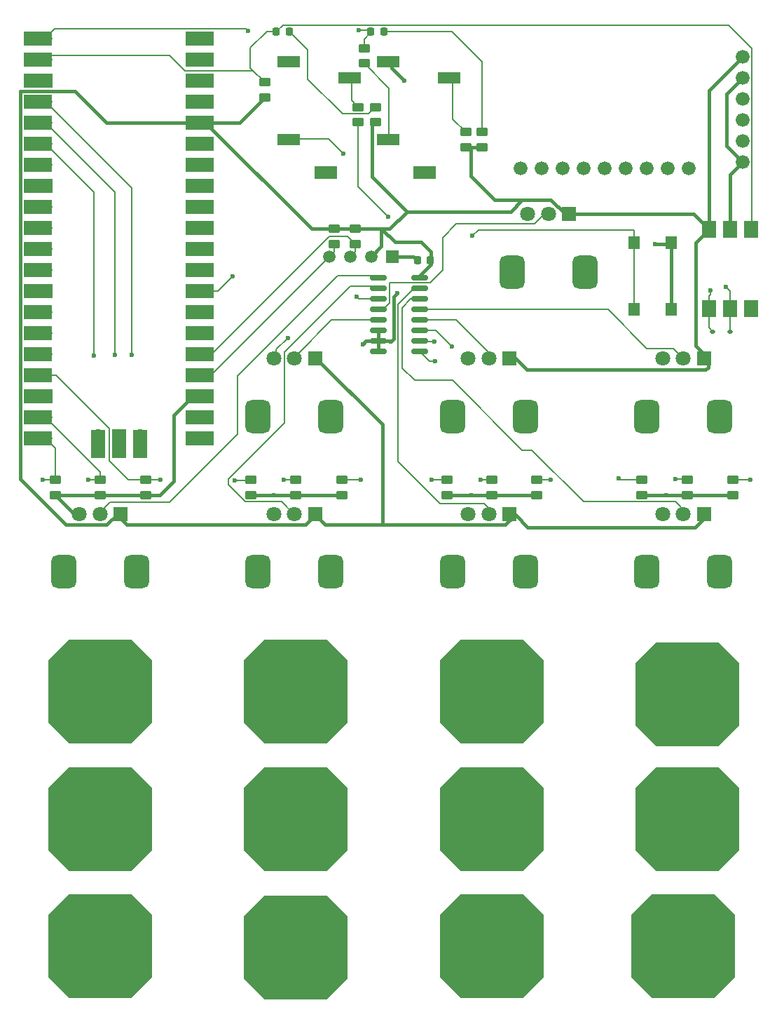
<source format=gtl>
%TF.GenerationSoftware,KiCad,Pcbnew,8.0.4*%
%TF.CreationDate,2024-08-26T20:05:07-05:00*%
%TF.ProjectId,controller,636f6e74-726f-46c6-9c65-722e6b696361,2*%
%TF.SameCoordinates,Original*%
%TF.FileFunction,Copper,L1,Top*%
%TF.FilePolarity,Positive*%
%FSLAX46Y46*%
G04 Gerber Fmt 4.6, Leading zero omitted, Abs format (unit mm)*
G04 Created by KiCad (PCBNEW 8.0.4) date 2024-08-26 20:05:07*
%MOMM*%
%LPD*%
G01*
G04 APERTURE LIST*
G04 Aperture macros list*
%AMRoundRect*
0 Rectangle with rounded corners*
0 $1 Rounding radius*
0 $2 $3 $4 $5 $6 $7 $8 $9 X,Y pos of 4 corners*
0 Add a 4 corners polygon primitive as box body*
4,1,4,$2,$3,$4,$5,$6,$7,$8,$9,$2,$3,0*
0 Add four circle primitives for the rounded corners*
1,1,$1+$1,$2,$3*
1,1,$1+$1,$4,$5*
1,1,$1+$1,$6,$7*
1,1,$1+$1,$8,$9*
0 Add four rect primitives between the rounded corners*
20,1,$1+$1,$2,$3,$4,$5,0*
20,1,$1+$1,$4,$5,$6,$7,0*
20,1,$1+$1,$6,$7,$8,$9,0*
20,1,$1+$1,$8,$9,$2,$3,0*%
%AMOutline5P*
0 Free polygon, 5 corners , with rotation*
0 The origin of the aperture is its center*
0 number of corners: always 5*
0 $1 to $10 corner X, Y*
0 $11 Rotation angle, in degrees counterclockwise*
0 create outline with 5 corners*
4,1,5,$1,$2,$3,$4,$5,$6,$7,$8,$9,$10,$1,$2,$11*%
%AMOutline6P*
0 Free polygon, 6 corners , with rotation*
0 The origin of the aperture is its center*
0 number of corners: always 6*
0 $1 to $12 corner X, Y*
0 $13 Rotation angle, in degrees counterclockwise*
0 create outline with 6 corners*
4,1,6,$1,$2,$3,$4,$5,$6,$7,$8,$9,$10,$11,$12,$1,$2,$13*%
%AMOutline7P*
0 Free polygon, 7 corners , with rotation*
0 The origin of the aperture is its center*
0 number of corners: always 7*
0 $1 to $14 corner X, Y*
0 $15 Rotation angle, in degrees counterclockwise*
0 create outline with 7 corners*
4,1,7,$1,$2,$3,$4,$5,$6,$7,$8,$9,$10,$11,$12,$13,$14,$1,$2,$15*%
%AMOutline8P*
0 Free polygon, 8 corners , with rotation*
0 The origin of the aperture is its center*
0 number of corners: always 8*
0 $1 to $16 corner X, Y*
0 $17 Rotation angle, in degrees counterclockwise*
0 create outline with 8 corners*
4,1,8,$1,$2,$3,$4,$5,$6,$7,$8,$9,$10,$11,$12,$13,$14,$15,$16,$1,$2,$17*%
G04 Aperture macros list end*
%TA.AperFunction,SMDPad,CuDef*%
%ADD10RoundRect,0.250000X-0.450000X0.262500X-0.450000X-0.262500X0.450000X-0.262500X0.450000X0.262500X0*%
%TD*%
%TA.AperFunction,SMDPad,CuDef*%
%ADD11Outline8P,-6.250000X3.750000X-3.750000X6.250000X3.750000X6.250000X6.250000X3.750000X6.250000X-3.750000X3.750000X-6.250000X-3.750000X-6.250000X-6.250000X-3.750000X0.000000*%
%TD*%
%TA.AperFunction,SMDPad,CuDef*%
%ADD12RoundRect,0.250000X0.450000X-0.262500X0.450000X0.262500X-0.450000X0.262500X-0.450000X-0.262500X0*%
%TD*%
%TA.AperFunction,SMDPad,CuDef*%
%ADD13RoundRect,0.218750X-0.218750X-0.256250X0.218750X-0.256250X0.218750X0.256250X-0.218750X0.256250X0*%
%TD*%
%TA.AperFunction,SMDPad,CuDef*%
%ADD14R,2.800000X1.400000*%
%TD*%
%TA.AperFunction,SMDPad,CuDef*%
%ADD15R,2.800000X1.600000*%
%TD*%
%TA.AperFunction,SMDPad,CuDef*%
%ADD16R,1.400000X1.600000*%
%TD*%
%TA.AperFunction,ComponentPad*%
%ADD17C,1.676400*%
%TD*%
%TA.AperFunction,SMDPad,CuDef*%
%ADD18R,1.780000X2.000000*%
%TD*%
%TA.AperFunction,ComponentPad*%
%ADD19R,1.800000X1.800000*%
%TD*%
%TA.AperFunction,ComponentPad*%
%ADD20C,1.800000*%
%TD*%
%TA.AperFunction,ComponentPad*%
%ADD21RoundRect,0.750000X-0.750000X1.250000X-0.750000X-1.250000X0.750000X-1.250000X0.750000X1.250000X0*%
%TD*%
%TA.AperFunction,ComponentPad*%
%ADD22O,1.700000X1.700000*%
%TD*%
%TA.AperFunction,SMDPad,CuDef*%
%ADD23R,3.500000X1.700000*%
%TD*%
%TA.AperFunction,ComponentPad*%
%ADD24R,1.700000X1.700000*%
%TD*%
%TA.AperFunction,SMDPad,CuDef*%
%ADD25R,1.700000X3.500000*%
%TD*%
%TA.AperFunction,SMDPad,CuDef*%
%ADD26RoundRect,0.225000X0.225000X0.250000X-0.225000X0.250000X-0.225000X-0.250000X0.225000X-0.250000X0*%
%TD*%
%TA.AperFunction,SMDPad,CuDef*%
%ADD27RoundRect,0.150000X-0.825000X-0.150000X0.825000X-0.150000X0.825000X0.150000X-0.825000X0.150000X0*%
%TD*%
%TA.AperFunction,ComponentPad*%
%ADD28R,1.508000X1.508000*%
%TD*%
%TA.AperFunction,ComponentPad*%
%ADD29C,1.508000*%
%TD*%
%TA.AperFunction,SMDPad,CuDef*%
%ADD30RoundRect,0.112500X-0.187500X-0.112500X0.187500X-0.112500X0.187500X0.112500X-0.187500X0.112500X0*%
%TD*%
%TA.AperFunction,ViaPad*%
%ADD31C,0.600000*%
%TD*%
%TA.AperFunction,Conductor*%
%ADD32C,0.200000*%
%TD*%
%TA.AperFunction,Conductor*%
%ADD33C,0.400000*%
%TD*%
G04 APERTURE END LIST*
D10*
%TO.P,R11,1,1*%
%TO.N,/TPAD3*%
X98427577Y-88800000D03*
%TO.P,R11,2,2*%
%TO.N,GND*%
X98427577Y-90625000D03*
%TD*%
D11*
%TO.P,TP9,1,TOUCH*%
%TO.N,/TPAD9*%
X51100000Y-145073110D03*
%TD*%
D12*
%TO.P,R6,1*%
%TO.N,+3V3*%
X84400000Y-45612500D03*
%TO.P,R6,2*%
%TO.N,unconnected-(DR1-A-Pad2)*%
X84400000Y-43787500D03*
%TD*%
D13*
%TO.P,DT1,1,K*%
%TO.N,/Midi Output 1/TX*%
X83812500Y-34700000D03*
%TO.P,DT1,2,A*%
%TO.N,unconnected-(R3-Pad2)*%
X85387500Y-34700000D03*
%TD*%
D14*
%TO.P,J1-I1,1*%
%TO.N,unconnected-(J1-I1-Pad1)*%
X73900000Y-38300000D03*
%TO.P,J1-I1,2*%
%TO.N,Net-(D1-A)*%
X73900000Y-47700000D03*
%TO.P,J1-I1,3*%
%TO.N,unconnected-(J1-I1-Pad3)*%
X81300000Y-40300000D03*
D15*
%TO.P,J1-I1,4*%
%TO.N,unconnected-(J1-I1-Pad4)*%
X78350000Y-51700000D03*
%TD*%
D16*
%TO.P,SW1,1,1*%
%TO.N,/SW*%
X115600000Y-68200000D03*
X115600000Y-60200000D03*
%TO.P,SW1,2,2*%
%TO.N,GND*%
X120100000Y-68200000D03*
X120100000Y-60200000D03*
%TD*%
D10*
%TO.P,R15,1,1*%
%TO.N,/TPAD7*%
X93000000Y-88800000D03*
%TO.P,R15,2,2*%
%TO.N,GND*%
X93000000Y-90625000D03*
%TD*%
%TO.P,R9,1,1*%
%TO.N,/TPAD1*%
X51116663Y-88800000D03*
%TO.P,R9,2,2*%
%TO.N,GND*%
X51116663Y-90625000D03*
%TD*%
D17*
%TO.P,U4,1,1*%
%TO.N,unconnected-(U4-Pad1)*%
X122240000Y-51200000D03*
%TO.P,U4,2,2*%
%TO.N,unconnected-(U4-Pad2)*%
X119700000Y-51200000D03*
%TO.P,U4,3,3*%
%TO.N,unconnected-(U4-Pad3)*%
X117160000Y-51200000D03*
%TO.P,U4,4,4*%
%TO.N,unconnected-(U4-Pad4)*%
X114620000Y-51200000D03*
%TO.P,U4,5,5*%
%TO.N,unconnected-(U4-Pad5)*%
X112080000Y-51200000D03*
%TO.P,U4,BCK,BCK*%
%TO.N,/I2S_BCK*%
X128740000Y-47910000D03*
%TO.P,U4,DIN,DIN*%
%TO.N,/I2S_DATA*%
X128740000Y-45370000D03*
%TO.P,U4,G1,G1*%
%TO.N,unconnected-(U4-PadG1)*%
X109540000Y-51200000D03*
%TO.P,U4,G2,G2*%
%TO.N,unconnected-(U4-PadG2)*%
X104460000Y-51200000D03*
%TO.P,U4,GND,GND*%
%TO.N,GND*%
X128740000Y-40290000D03*
%TO.P,U4,L,L*%
%TO.N,unconnected-(U4-PadL)*%
X101920000Y-51200000D03*
%TO.P,U4,LCK,LCK*%
%TO.N,/I2S_LRCK*%
X128740000Y-42830000D03*
%TO.P,U4,R,R*%
%TO.N,unconnected-(U4-PadR)*%
X107000000Y-51200000D03*
%TO.P,U4,SCK,SCK*%
%TO.N,GND*%
X128740000Y-50450000D03*
%TO.P,U4,VIN,VIN*%
%TO.N,+3V3*%
X128740000Y-37750000D03*
%TD*%
D10*
%TO.P,R5,1*%
%TO.N,/MIDI input 1/RX*%
X71000000Y-40787500D03*
%TO.P,R5,2*%
%TO.N,+3V3*%
X71000000Y-42612500D03*
%TD*%
D11*
%TO.P,TP5,1,TOUCH*%
%TO.N,/TPAD5*%
X51100000Y-129773110D03*
%TD*%
%TO.P,TP10,1,TOUCH*%
%TO.N,/TPAD10*%
X74772120Y-145290076D03*
%TD*%
D18*
%TO.P,U1,1*%
%TO.N,unconnected-(D1-K-Pad1)*%
X124700000Y-68100000D03*
%TO.P,U1,2*%
%TO.N,Net-(D1-A)*%
X127240000Y-68100000D03*
%TO.P,U1,3*%
%TO.N,N/C*%
X129780000Y-68100000D03*
%TO.P,U1,4*%
%TO.N,/MIDI input 1/RX*%
X129780000Y-58570000D03*
%TO.P,U1,5*%
%TO.N,GND*%
X127240000Y-58570000D03*
%TO.P,U1,6*%
%TO.N,+3V3*%
X124700000Y-58570000D03*
%TD*%
D10*
%TO.P,R8,1,1*%
%TO.N,+3V3*%
X79400000Y-58487500D03*
%TO.P,R8,2,2*%
%TO.N,/SDA*%
X79400000Y-60312500D03*
%TD*%
D11*
%TO.P,TP11,1,TOUCH*%
%TO.N,/TPAD11*%
X98427577Y-145073110D03*
%TD*%
D10*
%TO.P,R18,1,1*%
%TO.N,/TPAD10*%
X80300000Y-88787500D03*
%TO.P,R18,2,2*%
%TO.N,GND*%
X80300000Y-90612500D03*
%TD*%
D11*
%TO.P,TP3,1,TOUCH*%
%TO.N,/TPAD3*%
X98427577Y-114373110D03*
%TD*%
%TO.P,TP12,1,TOUCH*%
%TO.N,/TPAD12*%
X121600000Y-145073110D03*
%TD*%
D19*
%TO.P,RV4,1,1*%
%TO.N,+3V3*%
X124100000Y-92900000D03*
D20*
%TO.P,RV4,2,2*%
%TO.N,/POT4*%
X121600000Y-92900000D03*
%TO.P,RV4,3,3*%
%TO.N,GND*%
X119100000Y-92900000D03*
D21*
%TO.P,RV4,MP*%
%TO.N,N/C*%
X126000000Y-99900000D03*
X117200000Y-99900000D03*
%TD*%
D10*
%TO.P,R2,1*%
%TO.N,/Midi Output 1/TX*%
X83000000Y-36687500D03*
%TO.P,R2,2*%
%TO.N,unconnected-(J11-O1-Pad2)*%
X83000000Y-38512500D03*
%TD*%
%TO.P,R20,1,1*%
%TO.N,/TPAD12*%
X127600000Y-88787500D03*
%TO.P,R20,2,2*%
%TO.N,GND*%
X127600000Y-90612500D03*
%TD*%
%TO.P,R7,1,1*%
%TO.N,+3V3*%
X81900000Y-58487500D03*
%TO.P,R7,2,2*%
%TO.N,/SCL*%
X81900000Y-60312500D03*
%TD*%
D19*
%TO.P,RV8,1,1*%
%TO.N,+3V3*%
X107800000Y-56700000D03*
D20*
%TO.P,RV8,2,2*%
%TO.N,/POT8*%
X105300000Y-56700000D03*
%TO.P,RV8,3,3*%
%TO.N,GND*%
X102800000Y-56700000D03*
D21*
%TO.P,RV8,MP*%
%TO.N,N/C*%
X109700000Y-63700000D03*
X100900000Y-63700000D03*
%TD*%
D12*
%TO.P,R3,1*%
%TO.N,+3V3*%
X97300000Y-48625000D03*
%TO.P,R3,2*%
%TO.N,unconnected-(R3-Pad2)*%
X97300000Y-46800000D03*
%TD*%
D10*
%TO.P,R13,1,1*%
%TO.N,/TPAD5*%
X45700000Y-88800000D03*
%TO.P,R13,2,2*%
%TO.N,GND*%
X45700000Y-90625000D03*
%TD*%
%TO.P,R17,1,1*%
%TO.N,/TPAD9*%
X56600000Y-88787500D03*
%TO.P,R17,2,2*%
%TO.N,GND*%
X56600000Y-90612500D03*
%TD*%
D11*
%TO.P,TP7,1,TOUCH*%
%TO.N,/TPAD7*%
X98427577Y-129773110D03*
%TD*%
D10*
%TO.P,R19,1,1*%
%TO.N,/TPAD11*%
X103900000Y-88787500D03*
%TO.P,R19,2,2*%
%TO.N,GND*%
X103900000Y-90612500D03*
%TD*%
%TO.P,R10,1,1*%
%TO.N,/TPAD2*%
X74772120Y-88800000D03*
%TO.P,R10,2,2*%
%TO.N,GND*%
X74772120Y-90625000D03*
%TD*%
D19*
%TO.P,RV5,1,1*%
%TO.N,+3V3*%
X100600000Y-92900000D03*
D20*
%TO.P,RV5,2,2*%
%TO.N,/POT5*%
X98100000Y-92900000D03*
%TO.P,RV5,3,3*%
%TO.N,GND*%
X95600000Y-92900000D03*
D21*
%TO.P,RV5,MP*%
%TO.N,N/C*%
X102500000Y-99900000D03*
X93700000Y-99900000D03*
%TD*%
D11*
%TO.P,TP6,1,TOUCH*%
%TO.N,/TPAD6*%
X74772120Y-129773110D03*
%TD*%
%TO.P,TP1,1,TOUCH*%
%TO.N,/TPAD1*%
X51116663Y-114373110D03*
%TD*%
D10*
%TO.P,R16,1,1*%
%TO.N,/TPAD8*%
X116600000Y-88800000D03*
%TO.P,R16,2,2*%
%TO.N,GND*%
X116600000Y-90625000D03*
%TD*%
%TO.P,R12,1,1*%
%TO.N,/TPAD4*%
X122083034Y-88800000D03*
%TO.P,R12,2,2*%
%TO.N,GND*%
X122083034Y-90625000D03*
%TD*%
D11*
%TO.P,TP2,1,TOUCH*%
%TO.N,/TPAD2*%
X74772120Y-114373110D03*
%TD*%
D22*
%TO.P,U3,1,GPIO0*%
%TO.N,/Midi Output 1/TX*%
X44500000Y-35500000D03*
D23*
X43600000Y-35500000D03*
D22*
%TO.P,U3,2,GPIO1*%
%TO.N,/MIDI input 1/RX*%
X44500000Y-38040000D03*
D23*
X43600000Y-38040000D03*
D24*
%TO.P,U3,3,GND*%
%TO.N,unconnected-(U3-GND-Pad3)*%
X44500000Y-40580000D03*
D23*
X43600000Y-40580000D03*
D22*
%TO.P,U3,4,GPIO2*%
%TO.N,/AS0*%
X44500000Y-43120000D03*
D23*
X43600000Y-43120000D03*
D22*
%TO.P,U3,5,GPIO3*%
%TO.N,/AS1*%
X44500000Y-45660000D03*
D23*
X43600000Y-45660000D03*
D22*
%TO.P,U3,6,GPIO4*%
%TO.N,/AS2*%
X44500000Y-48200000D03*
D23*
X43600000Y-48200000D03*
D22*
%TO.P,U3,7,GPIO5*%
%TO.N,/SW*%
X44500000Y-50740000D03*
D23*
X43600000Y-50740000D03*
D24*
%TO.P,U3,8,GND*%
%TO.N,unconnected-(U3-GND-Pad8)*%
X44500000Y-53280000D03*
D23*
X43600000Y-53280000D03*
D22*
%TO.P,U3,9,GPIO6*%
%TO.N,/TPAD8*%
X44500000Y-55820000D03*
D23*
X43600000Y-55820000D03*
D22*
%TO.P,U3,10,GPIO7*%
%TO.N,/TPAD11*%
X44500000Y-58360000D03*
D23*
X43600000Y-58360000D03*
D22*
%TO.P,U3,11,GPIO8*%
%TO.N,/TPAD3*%
X44500000Y-60900000D03*
D23*
X43600000Y-60900000D03*
D22*
%TO.P,U3,12,GPIO9*%
%TO.N,/TPAD7*%
X44500000Y-63440000D03*
D23*
X43600000Y-63440000D03*
D24*
%TO.P,U3,13,GND*%
%TO.N,unconnected-(U3-GND-Pad13)*%
X44500000Y-65980000D03*
D23*
X43600000Y-65980000D03*
D22*
%TO.P,U3,14,GPIO10*%
%TO.N,/TPAD10*%
X44500000Y-68520000D03*
D23*
X43600000Y-68520000D03*
D22*
%TO.P,U3,15,GPIO11*%
%TO.N,/TPAD2*%
X44500000Y-71060000D03*
D23*
X43600000Y-71060000D03*
D22*
%TO.P,U3,16,GPIO12*%
%TO.N,/TPAD6*%
X44500000Y-73600000D03*
D23*
X43600000Y-73600000D03*
D22*
%TO.P,U3,17,GPIO13*%
%TO.N,/TPAD9*%
X44500000Y-76140000D03*
D23*
X43600000Y-76140000D03*
D24*
%TO.P,U3,18,GND*%
%TO.N,unconnected-(U3-GND-Pad18)*%
X44500000Y-78680000D03*
D23*
X43600000Y-78680000D03*
D22*
%TO.P,U3,19,GPIO14*%
%TO.N,/TPAD1*%
X44500000Y-81220000D03*
D23*
X43600000Y-81220000D03*
D22*
%TO.P,U3,20,GPIO15*%
%TO.N,/TPAD5*%
X44500000Y-83760000D03*
D23*
X43600000Y-83760000D03*
D22*
%TO.P,U3,21,GPIO16*%
%TO.N,/TPAD4*%
X62280000Y-83760000D03*
D23*
X63180000Y-83760000D03*
D22*
%TO.P,U3,22,GPIO17*%
%TO.N,/TPAD12*%
X62280000Y-81220000D03*
D23*
X63180000Y-81220000D03*
D24*
%TO.P,U3,23,GND*%
%TO.N,GND*%
X62280000Y-78680000D03*
D23*
X63180000Y-78680000D03*
D22*
%TO.P,U3,24,GPIO18*%
%TO.N,/SDA*%
X62280000Y-76140000D03*
D23*
X63180000Y-76140000D03*
D22*
%TO.P,U3,25,GPIO19*%
%TO.N,/SCL*%
X62280000Y-73600000D03*
D23*
X63180000Y-73600000D03*
D22*
%TO.P,U3,26,GPIO20*%
%TO.N,/I2S_LRCK*%
X62280000Y-71060000D03*
D23*
X63180000Y-71060000D03*
D22*
%TO.P,U3,27,GPIO21*%
%TO.N,/I2S_BCK*%
X62280000Y-68520000D03*
D23*
X63180000Y-68520000D03*
D24*
%TO.P,U3,28,GND*%
%TO.N,GND*%
X62280000Y-65980000D03*
D23*
X63180000Y-65980000D03*
D22*
%TO.P,U3,29,GPIO22*%
%TO.N,/I2S_DATA*%
X62280000Y-63440000D03*
D23*
X63180000Y-63440000D03*
D22*
%TO.P,U3,30,RUN*%
%TO.N,unconnected-(U3-RUN-Pad30)*%
X62280000Y-60900000D03*
D23*
X63180000Y-60900000D03*
D22*
%TO.P,U3,31,GPIO26_ADC0*%
%TO.N,unconnected-(U3-GPIO26_ADC0-Pad31)*%
X62280000Y-58360000D03*
D23*
X63180000Y-58360000D03*
D22*
%TO.P,U3,32,GPIO27_ADC1*%
%TO.N,unconnected-(U3-GPIO27_ADC1-Pad32)*%
X62280000Y-55820000D03*
D23*
X63180000Y-55820000D03*
D24*
%TO.P,U3,33,AGND*%
%TO.N,unconnected-(U3-AGND-Pad33)*%
X62280000Y-53280000D03*
D23*
X63180000Y-53280000D03*
D22*
%TO.P,U3,34,GPIO28_ADC2*%
%TO.N,/AIN*%
X62280000Y-50740000D03*
D23*
X63180000Y-50740000D03*
D22*
%TO.P,U3,35,ADC_VREF*%
%TO.N,unconnected-(U3-ADC_VREF-Pad35)*%
X62280000Y-48200000D03*
D23*
X63180000Y-48200000D03*
D22*
%TO.P,U3,36,3V3*%
%TO.N,+3V3*%
X62280000Y-45660000D03*
D23*
X63180000Y-45660000D03*
D22*
%TO.P,U3,37,3V3_EN*%
%TO.N,unconnected-(U3-3V3_EN-Pad37)*%
X62280000Y-43120000D03*
D23*
X63180000Y-43120000D03*
D24*
%TO.P,U3,38,GND*%
%TO.N,GND*%
X62280000Y-40580000D03*
D23*
X63180000Y-40580000D03*
D22*
%TO.P,U3,39,VSYS*%
%TO.N,unconnected-(U3-VSYS-Pad39)*%
X62280000Y-38040000D03*
D23*
X63180000Y-38040000D03*
D22*
%TO.P,U3,40,VBUS*%
%TO.N,unconnected-(U3-VBUS-Pad40)*%
X62280000Y-35500000D03*
D23*
X63180000Y-35500000D03*
D22*
%TO.P,U3,41,SWCLK*%
%TO.N,unconnected-(U3-SWCLK-Pad41)*%
X50850000Y-83530000D03*
D25*
X50850000Y-84430000D03*
D24*
%TO.P,U3,42,GND*%
%TO.N,unconnected-(U3-GND-Pad42)*%
X53390000Y-83530000D03*
D25*
X53390000Y-84430000D03*
D22*
%TO.P,U3,43,SWDIO*%
%TO.N,unconnected-(U3-SWDIO-Pad43)*%
X55930000Y-83530000D03*
D25*
X55930000Y-84430000D03*
%TD*%
D26*
%TO.P,C1,1*%
%TO.N,+3V3*%
X91000000Y-62300000D03*
%TO.P,C1,2*%
%TO.N,GND*%
X89450000Y-62300000D03*
%TD*%
D19*
%TO.P,RV6,1,1*%
%TO.N,+3V3*%
X77100000Y-92900000D03*
D20*
%TO.P,RV6,2,2*%
%TO.N,/POT6*%
X74600000Y-92900000D03*
%TO.P,RV6,3,3*%
%TO.N,GND*%
X72100000Y-92900000D03*
D21*
%TO.P,RV6,MP*%
%TO.N,N/C*%
X79000000Y-99900000D03*
X70200000Y-99900000D03*
%TD*%
D14*
%TO.P,J11-O1,1*%
%TO.N,GND*%
X85900000Y-38300000D03*
%TO.P,J11-O1,2*%
%TO.N,unconnected-(J11-O1-Pad2)*%
X85900000Y-47700000D03*
%TO.P,J11-O1,3*%
%TO.N,unconnected-(J11-O1-Pad3)*%
X93300000Y-40300000D03*
D15*
%TO.P,J11-O1,4*%
%TO.N,unconnected-(J11-O1-Pad4)*%
X90350000Y-51700000D03*
%TD*%
D27*
%TO.P,U2,1,A4*%
%TO.N,/POT7*%
X84770000Y-64430000D03*
%TO.P,U2,2,A6*%
%TO.N,/POT6*%
X84770000Y-65700000D03*
%TO.P,U2,3,A*%
%TO.N,/AIN*%
X84770000Y-66970000D03*
%TO.P,U2,4,A7*%
%TO.N,/POT8*%
X84770000Y-68240000D03*
%TO.P,U2,5,A5*%
%TO.N,/POT3*%
X84770000Y-69510000D03*
%TO.P,U2,6,~{E}*%
%TO.N,GND*%
X84770000Y-70780000D03*
%TO.P,U2,7,VEE*%
X84770000Y-72050000D03*
%TO.P,U2,8,GND*%
X84770000Y-73320000D03*
%TO.P,U2,9,S2*%
%TO.N,/AS2*%
X89720000Y-73320000D03*
%TO.P,U2,10,S1*%
%TO.N,/AS1*%
X89720000Y-72050000D03*
%TO.P,U2,11,S0*%
%TO.N,/AS0*%
X89720000Y-70780000D03*
%TO.P,U2,12,A3*%
%TO.N,/POT1*%
X89720000Y-69510000D03*
%TO.P,U2,13,A0*%
%TO.N,/POT2*%
X89720000Y-68240000D03*
%TO.P,U2,14,A1*%
%TO.N,/POT4*%
X89720000Y-66970000D03*
%TO.P,U2,15,A2*%
%TO.N,/POT5*%
X89720000Y-65700000D03*
%TO.P,U2,16,VCC*%
%TO.N,+3V3*%
X89720000Y-64430000D03*
%TD*%
D11*
%TO.P,TP8,1,TOUCH*%
%TO.N,/TPAD8*%
X122100000Y-129773110D03*
%TD*%
D19*
%TO.P,RV3,1,1*%
%TO.N,+3V3*%
X77100000Y-74150000D03*
D20*
%TO.P,RV3,2,2*%
%TO.N,/POT3*%
X74600000Y-74150000D03*
%TO.P,RV3,3,3*%
%TO.N,GND*%
X72100000Y-74150000D03*
D21*
%TO.P,RV3,MP*%
%TO.N,N/C*%
X79000000Y-81150000D03*
X70200000Y-81150000D03*
%TD*%
D10*
%TO.P,R14,1,1*%
%TO.N,/TPAD6*%
X69300000Y-88787500D03*
%TO.P,R14,2,2*%
%TO.N,GND*%
X69300000Y-90612500D03*
%TD*%
%TO.P,R4,1*%
%TO.N,unconnected-(J1-I1-Pad3)*%
X82300000Y-43787500D03*
%TO.P,R4,2*%
%TO.N,unconnected-(D1-K-Pad1)*%
X82300000Y-45612500D03*
%TD*%
D28*
%TO.P,DISP1,1,GND*%
%TO.N,GND*%
X86394000Y-61857000D03*
D29*
%TO.P,DISP1,2,VCC*%
%TO.N,+3V3*%
X83854000Y-61857000D03*
%TO.P,DISP1,3,SCL*%
%TO.N,/SCL*%
X81314000Y-61857000D03*
%TO.P,DISP1,4,SDA*%
%TO.N,/SDA*%
X78774000Y-61857000D03*
%TD*%
D13*
%TO.P,DR1,1,K*%
%TO.N,/MIDI input 1/RX*%
X72412500Y-34700000D03*
%TO.P,DR1,2,A*%
%TO.N,unconnected-(DR1-A-Pad2)*%
X73987500Y-34700000D03*
%TD*%
D12*
%TO.P,R1,1*%
%TO.N,+3V3*%
X95300000Y-48612500D03*
%TO.P,R1,2*%
%TO.N,unconnected-(J11-O1-Pad3)*%
X95300000Y-46787500D03*
%TD*%
D19*
%TO.P,RV7,1,1*%
%TO.N,+3V3*%
X53600000Y-92900000D03*
D20*
%TO.P,RV7,2,2*%
%TO.N,/POT7*%
X51100000Y-92900000D03*
%TO.P,RV7,3,3*%
%TO.N,GND*%
X48600000Y-92900000D03*
D21*
%TO.P,RV7,MP*%
%TO.N,N/C*%
X55500000Y-99900000D03*
X46700000Y-99900000D03*
%TD*%
D19*
%TO.P,RV2,1,1*%
%TO.N,+3V3*%
X124100000Y-74150000D03*
D20*
%TO.P,RV2,2,2*%
%TO.N,/POT2*%
X121600000Y-74150000D03*
%TO.P,RV2,3,3*%
%TO.N,GND*%
X119100000Y-74150000D03*
D21*
%TO.P,RV2,MP*%
%TO.N,N/C*%
X126000000Y-81150000D03*
X117200000Y-81150000D03*
%TD*%
D11*
%TO.P,TP4,1,TOUCH*%
%TO.N,/TPAD4*%
X122083034Y-114673110D03*
%TD*%
D30*
%TO.P,D1,1,K*%
%TO.N,unconnected-(D1-K-Pad1)*%
X125150000Y-70900000D03*
%TO.P,D1,2,A*%
%TO.N,Net-(D1-A)*%
X127250000Y-70900000D03*
%TD*%
D19*
%TO.P,RV1,1,1*%
%TO.N,+3V3*%
X100600000Y-74150000D03*
D20*
%TO.P,RV1,2,2*%
%TO.N,/POT1*%
X98100000Y-74150000D03*
%TO.P,RV1,3,3*%
%TO.N,GND*%
X95600000Y-74150000D03*
D21*
%TO.P,RV1,MP*%
%TO.N,N/C*%
X102500000Y-81150000D03*
X93700000Y-81150000D03*
%TD*%
D31*
%TO.N,/Midi Output 1/TX*%
X69000000Y-34600000D03*
X82400000Y-34500000D03*
%TO.N,GND*%
X82900000Y-72400000D03*
X87900000Y-40600000D03*
X118200000Y-60300000D03*
X87000000Y-66300000D03*
X119500000Y-90625000D03*
X73800000Y-71660000D03*
X96000000Y-90625000D03*
X72100000Y-90612500D03*
X86300000Y-72100000D03*
X67100000Y-64200000D03*
%TO.N,/AS2*%
X50400000Y-73800000D03*
X91595000Y-74494808D03*
%TO.N,/AS0*%
X54900000Y-73700000D03*
X93600000Y-72700000D03*
%TO.N,/AS1*%
X91500000Y-72100000D03*
X52900000Y-73700000D03*
%TO.N,/TPAD1*%
X51116663Y-113483034D03*
X49700000Y-88800000D03*
%TO.N,/SW*%
X96115710Y-59284290D03*
%TO.N,/TPAD2*%
X74772120Y-113310914D03*
X73300000Y-88800000D03*
%TO.N,/TPAD3*%
X98200000Y-113100000D03*
X97100000Y-88800000D03*
%TO.N,/TPAD4*%
X122000000Y-113900000D03*
X120600000Y-88700000D03*
%TO.N,/TPAD5*%
X51000000Y-127500000D03*
X44200000Y-88800000D03*
%TO.N,/TPAD6*%
X67400000Y-88900000D03*
X74800000Y-128400000D03*
%TO.N,/TPAD7*%
X91200000Y-88800000D03*
X98400000Y-128800000D03*
%TO.N,/TPAD8*%
X121700000Y-128900000D03*
X113800000Y-88600000D03*
%TO.N,/TPAD9*%
X51016663Y-143883034D03*
X58400000Y-88800000D03*
%TO.N,/TPAD10*%
X82600000Y-88800000D03*
X74700000Y-143900000D03*
%TO.N,/TPAD11*%
X105600000Y-88800000D03*
X98600000Y-143900000D03*
%TO.N,/TPAD12*%
X122300000Y-144400000D03*
X129700000Y-88800000D03*
%TO.N,Net-(D1-A)*%
X80500000Y-49400000D03*
X126700000Y-65500000D03*
%TO.N,unconnected-(D1-K-Pad1)*%
X85900000Y-57000000D03*
X124900000Y-65900000D03*
%TO.N,/AIN*%
X82100000Y-66700000D03*
%TD*%
D32*
%TO.N,/MIDI input 1/RX*%
X69280000Y-36670000D02*
X71250000Y-34700000D01*
X59500000Y-37560000D02*
X61340000Y-39400000D01*
X129780000Y-58570000D02*
X129878200Y-58471800D01*
X129878200Y-58471800D02*
X129878200Y-36728200D01*
X73212500Y-33900000D02*
X72412500Y-34700000D01*
X69280000Y-39067500D02*
X69280000Y-36670000D01*
X44500000Y-38040000D02*
X44980000Y-37560000D01*
X71000000Y-40787500D02*
X69280000Y-39067500D01*
X71250000Y-34700000D02*
X72412500Y-34700000D01*
X44980000Y-37560000D02*
X59500000Y-37560000D01*
X129878200Y-36728200D02*
X127050000Y-33900000D01*
X127050000Y-33900000D02*
X73212500Y-33900000D01*
X61340000Y-39400000D02*
X69612500Y-39400000D01*
X69612500Y-39400000D02*
X71000000Y-40787500D01*
%TO.N,/Midi Output 1/TX*%
X68750000Y-34350000D02*
X69000000Y-34600000D01*
X83612500Y-34500000D02*
X83812500Y-34700000D01*
X83812500Y-34787500D02*
X83000000Y-35600000D01*
X45650000Y-34350000D02*
X68750000Y-34350000D01*
X44500000Y-35500000D02*
X45650000Y-34350000D01*
X82400000Y-34500000D02*
X83612500Y-34500000D01*
X83812500Y-34700000D02*
X83812500Y-34787500D01*
X83000000Y-35600000D02*
X83000000Y-36687500D01*
D33*
%TO.N,GND*%
X82900000Y-72400000D02*
X83250000Y-72050000D01*
X83250000Y-72050000D02*
X84770000Y-72050000D01*
X86350000Y-38200000D02*
X86350000Y-39050000D01*
X59993309Y-88942872D02*
X59993309Y-80966691D01*
X84770000Y-70780000D02*
X84770000Y-72050000D01*
X80287500Y-90625000D02*
X80300000Y-90612500D01*
X116600000Y-90625000D02*
X122083034Y-90625000D01*
X89007000Y-61857000D02*
X89450000Y-62300000D01*
X93000000Y-90625000D02*
X98427577Y-90625000D01*
X84770000Y-72050000D02*
X84770000Y-73320000D01*
X69300000Y-90612500D02*
X72100000Y-90612500D01*
X86600000Y-71800000D02*
X86600000Y-66700000D01*
X86350000Y-39050000D02*
X87900000Y-40600000D01*
X128740000Y-40290000D02*
X126800000Y-42230000D01*
X86600000Y-66700000D02*
X87000000Y-66300000D01*
X127240000Y-58570000D02*
X127240000Y-51950000D01*
D32*
X65320000Y-65980000D02*
X67100000Y-64200000D01*
D33*
X56600000Y-90612500D02*
X58323681Y-90612500D01*
X120100000Y-60200000D02*
X120000000Y-60300000D01*
X45725000Y-90625000D02*
X48200000Y-93100000D01*
X58323681Y-90612500D02*
X59993309Y-88942872D01*
X122083034Y-90625000D02*
X127587500Y-90625000D01*
X72100000Y-90612500D02*
X74759620Y-90612500D01*
D32*
X62280000Y-65980000D02*
X65320000Y-65980000D01*
D33*
X74772120Y-90625000D02*
X80287500Y-90625000D01*
X84770000Y-72050000D02*
X86250000Y-72050000D01*
D32*
X72400000Y-73060000D02*
X72400000Y-74300000D01*
D33*
X126800000Y-42230000D02*
X126800000Y-48510000D01*
X45700000Y-90625000D02*
X51116663Y-90625000D01*
X127587500Y-90625000D02*
X127600000Y-90612500D01*
D32*
X73800000Y-71660000D02*
X72400000Y-73060000D01*
D33*
X120100000Y-60200000D02*
X120100000Y-68200000D01*
X86250000Y-72050000D02*
X86300000Y-72100000D01*
X126800000Y-48510000D02*
X128740000Y-50450000D01*
X56587500Y-90625000D02*
X56600000Y-90612500D01*
X45700000Y-90625000D02*
X45725000Y-90625000D01*
X51116663Y-90625000D02*
X56587500Y-90625000D01*
X120000000Y-60300000D02*
X118200000Y-60300000D01*
X86394000Y-61857000D02*
X89007000Y-61857000D01*
X59993309Y-80966691D02*
X62280000Y-78680000D01*
X127240000Y-51950000D02*
X128740000Y-50450000D01*
X74759620Y-90612500D02*
X74772120Y-90625000D01*
X86300000Y-72100000D02*
X86600000Y-71800000D01*
X103887500Y-90625000D02*
X103900000Y-90612500D01*
X98427577Y-90625000D02*
X103887500Y-90625000D01*
%TO.N,+3V3*%
X124700000Y-58570000D02*
X124700000Y-41790000D01*
X91100000Y-61300000D02*
X91100000Y-62800000D01*
X53200000Y-93100000D02*
X54300000Y-94200000D01*
X83854000Y-61857000D02*
X85114500Y-60596500D01*
X81900000Y-58487500D02*
X85114500Y-58487500D01*
X41450000Y-41870000D02*
X48070000Y-41870000D01*
X81900000Y-58487500D02*
X86112500Y-58487500D01*
X102650000Y-75500000D02*
X123100000Y-75500000D01*
X75900000Y-94200000D02*
X77100000Y-93000000D01*
X88200000Y-56400000D02*
X88800000Y-56400000D01*
X79400000Y-58487500D02*
X81900000Y-58487500D01*
X48070000Y-41870000D02*
X51860000Y-45660000D01*
X51860000Y-45660000D02*
X62280000Y-45660000D01*
X95300000Y-48612500D02*
X97312500Y-48612500D01*
X85114500Y-58487500D02*
X86727000Y-60100000D01*
X102800000Y-94500000D02*
X123000000Y-94500000D01*
X101300000Y-74150000D02*
X102650000Y-75500000D01*
X41450000Y-88700000D02*
X41450000Y-41870000D01*
X122830000Y-56700000D02*
X124700000Y-58570000D01*
X84000000Y-52200000D02*
X88200000Y-56400000D01*
X124600000Y-74150000D02*
X123100000Y-72650000D01*
X124600000Y-75200000D02*
X124600000Y-74150000D01*
X77100000Y-93000000D02*
X78300000Y-94200000D01*
X77400000Y-74300000D02*
X85200000Y-82100000D01*
X102100000Y-55000000D02*
X105600000Y-55000000D01*
X100100000Y-94200000D02*
X101300000Y-93000000D01*
X95900000Y-52100000D02*
X98800000Y-55000000D01*
X91100000Y-62800000D02*
X90400000Y-63500000D01*
X86112500Y-58487500D02*
X88200000Y-56400000D01*
X101300000Y-93000000D02*
X102800000Y-94500000D01*
X123000000Y-94500000D02*
X124600000Y-92900000D01*
X54300000Y-94200000D02*
X75900000Y-94200000D01*
X89900000Y-60100000D02*
X91100000Y-61300000D01*
X51900000Y-94200000D02*
X46950000Y-94200000D01*
X123100000Y-60170000D02*
X124700000Y-58570000D01*
X123100000Y-72650000D02*
X123100000Y-60170000D01*
X86727000Y-60100000D02*
X89900000Y-60100000D01*
X84400000Y-45612500D02*
X84000000Y-46012500D01*
X105600000Y-55000000D02*
X107300000Y-56700000D01*
X76667500Y-58487500D02*
X79400000Y-58487500D01*
X98800000Y-55000000D02*
X102100000Y-55000000D01*
D32*
X62280000Y-45660000D02*
X63840000Y-45660000D01*
D33*
X85114500Y-60596500D02*
X85114500Y-58487500D01*
X53200000Y-92900000D02*
X51900000Y-94200000D01*
X78300000Y-94200000D02*
X85200000Y-94200000D01*
X63840000Y-45660000D02*
X76667500Y-58487500D01*
X84000000Y-46012500D02*
X84000000Y-52200000D01*
X88800000Y-56400000D02*
X100700000Y-56400000D01*
X46950000Y-94200000D02*
X41450000Y-88700000D01*
X95900000Y-48612500D02*
X95900000Y-52100000D01*
X71000000Y-42612500D02*
X67952500Y-45660000D01*
X100700000Y-56400000D02*
X102100000Y-55000000D01*
X85200000Y-94200000D02*
X100100000Y-94200000D01*
X107300000Y-56700000D02*
X122830000Y-56700000D01*
X67952500Y-45660000D02*
X62280000Y-45660000D01*
X124700000Y-41790000D02*
X128740000Y-37750000D01*
X90400000Y-63500000D02*
X89720000Y-64180000D01*
D32*
X97312500Y-48612500D02*
X97400000Y-48700000D01*
D33*
X85200000Y-82100000D02*
X85200000Y-94200000D01*
X124300000Y-75500000D02*
X124600000Y-75200000D01*
X123100000Y-75500000D02*
X124300000Y-75500000D01*
D32*
%TO.N,/POT1*%
X94160000Y-69510000D02*
X89720000Y-69510000D01*
X98800000Y-74150000D02*
X94160000Y-69510000D01*
%TO.N,/POT2*%
X112487057Y-68240000D02*
X117197057Y-72950000D01*
X89720000Y-68240000D02*
X112487057Y-68240000D01*
X117197057Y-72950000D02*
X120400000Y-72950000D01*
X120400000Y-72950000D02*
X121600000Y-74150000D01*
%TO.N,/POT3*%
X84770000Y-69510000D02*
X79090000Y-69510000D01*
X74900000Y-73700000D02*
X74900000Y-74300000D01*
X79090000Y-69510000D02*
X74900000Y-73700000D01*
%TO.N,/POT4*%
X102100000Y-85200000D02*
X93700000Y-76800000D01*
X93700000Y-76800000D02*
X89100000Y-76800000D01*
X87600000Y-68000000D02*
X88630000Y-66970000D01*
X88630000Y-66970000D02*
X89720000Y-66970000D01*
X89100000Y-76800000D02*
X87600000Y-75300000D01*
X109523052Y-91437500D02*
X103285552Y-85200000D01*
X87600000Y-75300000D02*
X87600000Y-68000000D01*
X122100000Y-92900000D02*
X120637500Y-91437500D01*
X120637500Y-91437500D02*
X109523052Y-91437500D01*
X103285552Y-85200000D02*
X102100000Y-85200000D01*
%TO.N,/POT5*%
X87100000Y-86600000D02*
X87100000Y-67600000D01*
X87100000Y-67600000D02*
X89190552Y-65509448D01*
X97500000Y-91700000D02*
X92200000Y-91700000D01*
X89190552Y-65509448D02*
X89660552Y-65509448D01*
X98800000Y-93000000D02*
X97500000Y-91700000D01*
X92200000Y-91700000D02*
X87100000Y-86600000D01*
X89660552Y-65509448D02*
X89720000Y-65450000D01*
%TO.N,/POT6*%
X74600000Y-93000000D02*
X73025000Y-91425000D01*
X66575182Y-88709744D02*
X73400000Y-81884926D01*
X68615256Y-91425000D02*
X66575182Y-89384926D01*
X73400000Y-73400000D02*
X81350000Y-65450000D01*
X81350000Y-65450000D02*
X84770000Y-65450000D01*
X73025000Y-91425000D02*
X68615256Y-91425000D01*
X66575182Y-89384926D02*
X66575182Y-88709744D01*
X73400000Y-81884926D02*
X73400000Y-73400000D01*
%TO.N,/POT7*%
X67738272Y-76261728D02*
X79820000Y-64180000D01*
X52300000Y-91500000D02*
X59500000Y-91500000D01*
X59500000Y-91500000D02*
X67738272Y-83261728D01*
X79820000Y-64180000D02*
X84770000Y-64180000D01*
X67738272Y-83261728D02*
X67738272Y-76261728D01*
X50700000Y-93100000D02*
X52300000Y-91500000D01*
%TO.N,/POT8*%
X85287776Y-68240000D02*
X86100000Y-67427776D01*
X90970000Y-65030000D02*
X92500000Y-63500000D01*
X86100000Y-67427776D02*
X86100000Y-65050000D01*
X92500000Y-59534405D02*
X94134405Y-57900000D01*
X86100000Y-65050000D02*
X86120000Y-65030000D01*
X84770000Y-68240000D02*
X85287776Y-68240000D01*
X103600000Y-57900000D02*
X104800000Y-56700000D01*
X86120000Y-65030000D02*
X90970000Y-65030000D01*
X94134405Y-57900000D02*
X103600000Y-57900000D01*
X92500000Y-63500000D02*
X92500000Y-59534405D01*
%TO.N,/AS2*%
X44500000Y-48200000D02*
X50400000Y-54100000D01*
X50400000Y-54100000D02*
X50400000Y-73800000D01*
X89720000Y-73320000D02*
X90894808Y-74494808D01*
X90894808Y-74494808D02*
X91595000Y-74494808D01*
%TO.N,/AS0*%
X91680000Y-70780000D02*
X89720000Y-70780000D01*
X93600000Y-72700000D02*
X91680000Y-70780000D01*
X44500000Y-43120000D02*
X54900000Y-53520000D01*
X54900000Y-53520000D02*
X54900000Y-73700000D01*
%TO.N,/AS1*%
X44500000Y-45660000D02*
X52900000Y-54060000D01*
X52900000Y-54060000D02*
X52900000Y-73700000D01*
X89770000Y-72100000D02*
X89720000Y-72050000D01*
X91500000Y-72100000D02*
X89770000Y-72100000D01*
%TO.N,/TPAD1*%
X49700000Y-88800000D02*
X51116663Y-88800000D01*
X44500000Y-81220000D02*
X51116663Y-87836663D01*
X51116663Y-87836663D02*
X51116663Y-88800000D01*
X51116663Y-113483034D02*
X51200000Y-113483034D01*
%TO.N,unconnected-(J1-I1-Pad3)*%
X81482000Y-42969500D02*
X82300000Y-43787500D01*
X81482000Y-40200000D02*
X81482000Y-42969500D01*
%TO.N,unconnected-(J11-O1-Pad2)*%
X86000000Y-41512500D02*
X86000000Y-47700000D01*
X83000000Y-38512500D02*
X86000000Y-41512500D01*
%TO.N,unconnected-(J11-O1-Pad3)*%
X93750000Y-45237500D02*
X95300000Y-46787500D01*
X93750000Y-40300000D02*
X93750000Y-45237500D01*
%TO.N,/SCL*%
X81900000Y-60312500D02*
X81900000Y-61271000D01*
X80987500Y-59400000D02*
X81900000Y-60312500D01*
X62280000Y-73600000D02*
X64615256Y-73600000D01*
X81900000Y-61271000D02*
X81314000Y-61857000D01*
X78815256Y-59400000D02*
X80987500Y-59400000D01*
X64615256Y-73600000D02*
X78815256Y-59400000D01*
%TO.N,/SDA*%
X79400000Y-60312500D02*
X79400000Y-61231000D01*
X64491000Y-76140000D02*
X78774000Y-61857000D01*
X62280000Y-76140000D02*
X64491000Y-76140000D01*
X79400000Y-61231000D02*
X78774000Y-61857000D01*
%TO.N,/SW*%
X96800000Y-58600000D02*
X115600000Y-58600000D01*
X96115710Y-59284290D02*
X96800000Y-58600000D01*
X115600000Y-58600000D02*
X115600000Y-68200000D01*
%TO.N,/TPAD2*%
X73300000Y-88800000D02*
X74772120Y-88800000D01*
X74772120Y-113483034D02*
X74772120Y-113310914D01*
X74772120Y-113310914D02*
X74800000Y-113283034D01*
%TO.N,/TPAD3*%
X97100000Y-88800000D02*
X98427577Y-88800000D01*
X98427577Y-113455457D02*
X98500000Y-113383034D01*
X98427577Y-113483034D02*
X98427577Y-113455457D01*
%TO.N,/TPAD4*%
X122083034Y-113400000D02*
X122100000Y-113383034D01*
X121983034Y-88700000D02*
X122083034Y-88800000D01*
X122083034Y-113783034D02*
X122083034Y-113400000D01*
X120600000Y-88700000D02*
X121983034Y-88700000D01*
%TO.N,/TPAD5*%
X44500000Y-83760000D02*
X45700000Y-84960000D01*
X51089086Y-128493948D02*
X51100000Y-128483034D01*
X51089086Y-127589086D02*
X51000000Y-127500000D01*
X44200000Y-88800000D02*
X45700000Y-88800000D01*
X45700000Y-84960000D02*
X45700000Y-88800000D01*
X51089086Y-128583034D02*
X51089086Y-127589086D01*
X51089086Y-128583034D02*
X51089086Y-128493948D01*
%TO.N,/TPAD6*%
X69187500Y-88900000D02*
X69300000Y-88787500D01*
X67400000Y-88900000D02*
X69187500Y-88900000D01*
X74744543Y-128538491D02*
X74800000Y-128483034D01*
X74744543Y-128583034D02*
X74744543Y-128538491D01*
%TO.N,/TPAD7*%
X91200000Y-88800000D02*
X93000000Y-88800000D01*
X98400000Y-128583034D02*
X98200000Y-128383034D01*
%TO.N,/TPAD8*%
X113800000Y-88600000D02*
X114000000Y-88800000D01*
X114000000Y-88800000D02*
X116600000Y-88800000D01*
X122055457Y-128883034D02*
X122000000Y-128883034D01*
%TO.N,/TPAD9*%
X44500000Y-76140000D02*
X45760000Y-76140000D01*
X45760000Y-76140000D02*
X52240000Y-82620000D01*
X56612500Y-88800000D02*
X56600000Y-88787500D01*
X51016663Y-143883034D02*
X51100000Y-143883034D01*
X52240000Y-82620000D02*
X52240000Y-86480000D01*
X52240000Y-86480000D02*
X54547500Y-88787500D01*
X54547500Y-88787500D02*
X56600000Y-88787500D01*
X58400000Y-88800000D02*
X56612500Y-88800000D01*
%TO.N,/TPAD10*%
X74672120Y-143910914D02*
X74600000Y-143983034D01*
X74672120Y-143883034D02*
X74672120Y-143910914D01*
X82587500Y-88787500D02*
X80300000Y-88787500D01*
X82600000Y-88800000D02*
X82587500Y-88787500D01*
%TO.N,/TPAD11*%
X103912500Y-88800000D02*
X103900000Y-88787500D01*
X105600000Y-88800000D02*
X103912500Y-88800000D01*
X98327577Y-143883034D02*
X98100000Y-143883034D01*
%TO.N,/TPAD12*%
X129687500Y-88787500D02*
X127600000Y-88787500D01*
X129700000Y-88800000D02*
X129687500Y-88787500D01*
X121983034Y-144183034D02*
X122000000Y-144183034D01*
%TO.N,Net-(D1-A)*%
X127240000Y-70890000D02*
X127250000Y-70900000D01*
X126700000Y-65500000D02*
X127240000Y-66040000D01*
X127240000Y-68100000D02*
X127240000Y-70890000D01*
X74082000Y-47600000D02*
X78700000Y-47600000D01*
X78700000Y-47600000D02*
X80500000Y-49400000D01*
X127240000Y-66040000D02*
X127240000Y-68100000D01*
%TO.N,unconnected-(D1-K-Pad1)*%
X124900000Y-66400000D02*
X124700000Y-66600000D01*
X82300000Y-53400000D02*
X85900000Y-57000000D01*
X124700000Y-68100000D02*
X124700000Y-70450000D01*
X124700000Y-70450000D02*
X125150000Y-70900000D01*
X82300000Y-45612500D02*
X82300000Y-53400000D01*
X124700000Y-66600000D02*
X124700000Y-68100000D01*
X124900000Y-65900000D02*
X124900000Y-66400000D01*
%TO.N,unconnected-(DR1-A-Pad2)*%
X76200000Y-36912500D02*
X73987500Y-34700000D01*
X80400000Y-44600000D02*
X76200000Y-40400000D01*
X83587500Y-44600000D02*
X80400000Y-44600000D01*
X84400000Y-43787500D02*
X83587500Y-44600000D01*
X76200000Y-40400000D02*
X76200000Y-36912500D01*
%TO.N,/AIN*%
X82370000Y-66970000D02*
X82100000Y-66700000D01*
X62280000Y-50740000D02*
X63840000Y-50740000D01*
X84770000Y-66970000D02*
X82370000Y-66970000D01*
%TO.N,unconnected-(R3-Pad2)*%
X97300000Y-38340974D02*
X97300000Y-46800000D01*
X93659026Y-34700000D02*
X97300000Y-38340974D01*
X85387500Y-34700000D02*
X93659026Y-34700000D01*
%TD*%
M02*

</source>
